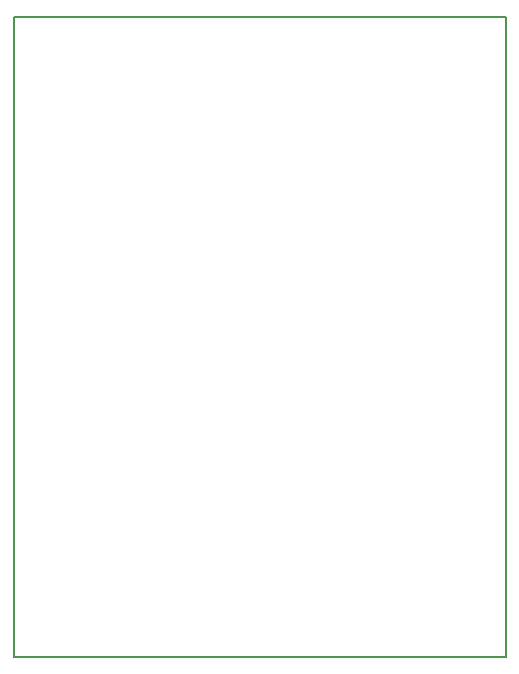
<source format=gm1>
G04 MADE WITH FRITZING*
G04 WWW.FRITZING.ORG*
G04 DOUBLE SIDED*
G04 HOLES PLATED*
G04 CONTOUR ON CENTER OF CONTOUR VECTOR*
%ASAXBY*%
%FSLAX23Y23*%
%MOIN*%
%OFA0B0*%
%SFA1.0B1.0*%
%ADD10R,1.648570X2.139930*%
%ADD11C,0.008000*%
%ADD10C,0.008*%
%LNCONTOUR*%
G90*
G70*
G54D10*
G54D11*
X4Y2136D02*
X1645Y2136D01*
X1645Y4D01*
X4Y4D01*
X4Y2136D01*
D02*
G04 End of contour*
M02*
</source>
